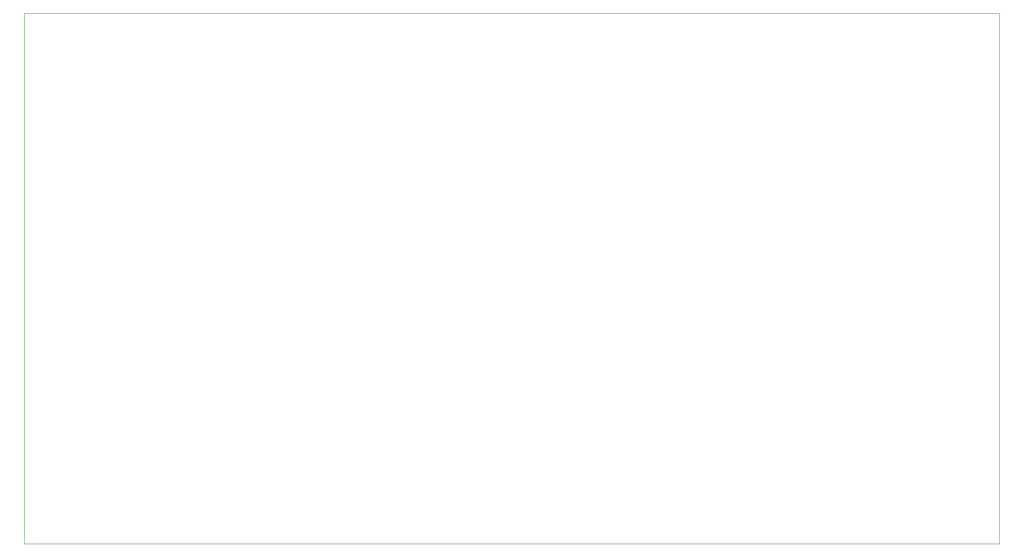
<source format=gbr>
G04 #@! TF.GenerationSoftware,KiCad,Pcbnew,(5.1.5-0-10_14)*
G04 #@! TF.CreationDate,2020-04-26T17:44:24+02:00*
G04 #@! TF.ProjectId,Main_Board_v1,4d61696e-5f42-46f6-9172-645f76312e6b,rev?*
G04 #@! TF.SameCoordinates,Original*
G04 #@! TF.FileFunction,Profile,NP*
%FSLAX46Y46*%
G04 Gerber Fmt 4.6, Leading zero omitted, Abs format (unit mm)*
G04 Created by KiCad (PCBNEW (5.1.5-0-10_14)) date 2020-04-26 17:44:24*
%MOMM*%
%LPD*%
G04 APERTURE LIST*
%ADD10C,0.050000*%
G04 APERTURE END LIST*
D10*
X27357854Y-130869383D02*
X27357854Y-32869383D01*
X118357854Y-32869383D02*
X207357854Y-32869383D01*
X27357854Y-32869383D02*
X118357854Y-32869383D01*
X207357854Y-130869383D02*
X27357854Y-130869383D01*
X207357854Y-32869383D02*
X207357854Y-130869383D01*
M02*

</source>
